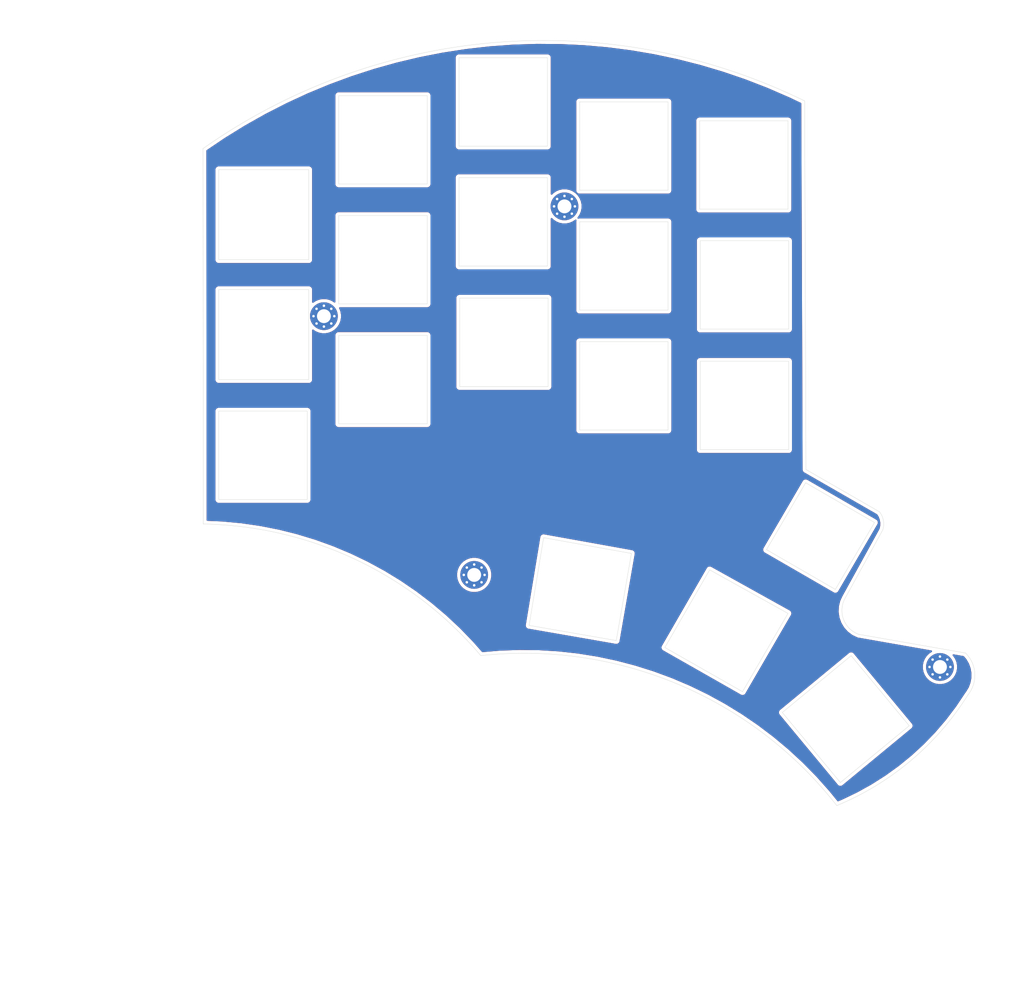
<source format=kicad_pcb>
(kicad_pcb (version 20211014) (generator pcbnew)
  (layers (0 "F.Cu" signal) (31 "B.Cu" signal) (34 "B.Paste" user) (35 "F.Paste" user) (36 "B.SilkS" user "B.Silkscreen") (37 "F.SilkS" user "F.Silkscreen") (38 "B.Mask" user) (39 "F.Mask" user) (44 "Edge.Cuts" user))
  (net 0 "")
  (footprint "graphics:aset" (layer "F.Cu") (at 123.75 113)
    (fp_text reference "G***" hide)
    (fp_text value "LOGO" hide)
  )
  (footprint "MountingHole:MountingHole_2.2mm_M2_Pad_Via" (layer "F.Cu") (at 194.46875 141.2875)
    (fp_text reference " " (at 0 -3.2) (layer "F.SilkS"))
    (fp_text value "MountingHole_2.2mm_M2_Pad_Via")
    (pad "1" thru_hole circle locked (at 0 0) (size 4.4 4.4) (drill 2.2) (layers *.Cu *.Mask))
    (pad "1" thru_hole circle locked (at -1.166726 -1.166726) (size 0.7 0.7) (drill 0.4) (layers *.Cu *.Mask))
    (pad "1" thru_hole circle locked (at 1.166726 1.166726) (size 0.7 0.7) (drill 0.4) (layers *.Cu *.Mask))
    (pad "1" thru_hole circle locked (at 1.65 0) (size 0.7 0.7) (drill 0.4) (layers *.Cu *.Mask))
    (pad "1" thru_hole circle locked (at 0 1.65) (size 0.7 0.7) (drill 0.4) (layers *.Cu *.Mask))
    (pad "1" thru_hole circle locked (at 1.166726 -1.166726) (size 0.7 0.7) (drill 0.4) (layers *.Cu *.Mask))
    (pad "1" thru_hole circle locked (at -1.65 0) (size 0.7 0.7) (drill 0.4) (layers *.Cu *.Mask))
    (pad "1" thru_hole circle locked (at 0 -1.65) (size 0.7 0.7) (drill 0.4) (layers *.Cu *.Mask))
    (pad "1" thru_hole circle locked (at -1.166726 1.166726) (size 0.7 0.7) (drill 0.4) (layers *.Cu *.Mask))
  )
  (footprint "MountingHole:MountingHole_2.2mm_M2_Pad_Via" (layer "F.Cu") (at 135 68.3)
    (fp_text reference " " (at 0 -3.2) (layer "F.SilkS"))
    (fp_text value "MountingHole_2.2mm_M2_Pad_Via")
    (pad "1" thru_hole circle locked (at -1.166726 -1.166726) (size 0.7 0.7) (drill 0.4) (layers *.Cu *.Mask))
    (pad "1" thru_hole circle locked (at 0 0) (size 4.4 4.4) (drill 2.2) (layers *.Cu *.Mask))
    (pad "1" thru_hole circle locked (at 1.166726 1.166726) (size 0.7 0.7) (drill 0.4) (layers *.Cu *.Mask))
    (pad "1" thru_hole circle locked (at -1.65 0) (size 0.7 0.7) (drill 0.4) (layers *.Cu *.Mask))
    (pad "1" thru_hole circle locked (at -1.166726 1.166726) (size 0.7 0.7) (drill 0.4) (layers *.Cu *.Mask))
    (pad "1" thru_hole circle locked (at 0 -1.65) (size 0.7 0.7) (drill 0.4) (layers *.Cu *.Mask))
    (pad "1" thru_hole circle locked (at 1.65 0) (size 0.7 0.7) (drill 0.4) (layers *.Cu *.Mask))
    (pad "1" thru_hole circle locked (at 0 1.65) (size 0.7 0.7) (drill 0.4) (layers *.Cu *.Mask))
    (pad "1" thru_hole circle locked (at 1.166726 -1.166726) (size 0.7 0.7) (drill 0.4) (layers *.Cu *.Mask))
  )
  (footprint "MountingHole:MountingHole_2.2mm_M2_Pad_Via" (layer "F.Cu") (at 120.7 126.7)
    (fp_text reference " " (at 0 -3.2) (layer "F.SilkS"))
    (fp_text value "MountingHole_2.2mm_M2_Pad_Via")
    (pad "1" thru_hole circle locked (at 0 0) (size 4.4 4.4) (drill 2.2) (layers *.Cu *.Mask))
    (pad "1" thru_hole circle locked (at -1.166726 -1.166726) (size 0.7 0.7) (drill 0.4) (layers *.Cu *.Mask))
    (pad "1" thru_hole circle locked (at 1.65 0) (size 0.7 0.7) (drill 0.4) (layers *.Cu *.Mask))
    (pad "1" thru_hole circle locked (at -1.65 0) (size 0.7 0.7) (drill 0.4) (layers *.Cu *.Mask))
    (pad "1" thru_hole circle locked (at -1.166726 1.166726) (size 0.7 0.7) (drill 0.4) (layers *.Cu *.Mask))
    (pad "1" thru_hole circle locked (at 1.166726 1.166726) (size 0.7 0.7) (drill 0.4) (layers *.Cu *.Mask))
    (pad "1" thru_hole circle locked (at 1.166726 -1.166726) (size 0.7 0.7) (drill 0.4) (layers *.Cu *.Mask))
    (pad "1" thru_hole circle locked (at 0 1.65) (size 0.7 0.7) (drill 0.4) (layers *.Cu *.Mask))
    (pad "1" thru_hole circle locked (at 0 -1.65) (size 0.7 0.7) (drill 0.4) (layers *.Cu *.Mask))
  )
  (footprint "MountingHole:MountingHole_2.2mm_M2_Pad_Via" (layer "F.Cu") (at 96.9 85.7)
    (fp_text reference " " (at 0 -3.2) (layer "F.SilkS"))
    (fp_text value "MountingHole_2.2mm_M2_Pad_Via")
    (pad "1" thru_hole circle locked (at -1.65 0) (size 0.7 0.7) (drill 0.4) (layers *.Cu *.Mask))
    (pad "1" thru_hole circle locked (at 0 -1.65) (size 0.7 0.7) (drill 0.4) (layers *.Cu *.Mask))
    (pad "1" thru_hole circle locked (at 1.166726 1.166726) (size 0.7 0.7) (drill 0.4) (layers *.Cu *.Mask))
    (pad "1" thru_hole circle locked (at 0 1.65) (size 0.7 0.7) (drill 0.4) (layers *.Cu *.Mask))
    (pad "1" thru_hole circle locked (at 0 0) (size 4.4 4.4) (drill 2.2) (layers *.Cu *.Mask))
    (pad "1" thru_hole circle locked (at 1.166726 -1.166726) (size 0.7 0.7) (drill 0.4) (layers *.Cu *.Mask))
    (pad "1" thru_hole circle locked (at -1.166726 1.166726) (size 0.7 0.7) (drill 0.4) (layers *.Cu *.Mask))
    (pad "1" thru_hole circle locked (at 1.65 0) (size 0.7 0.7) (drill 0.4) (layers *.Cu *.Mask))
    (pad "1" thru_hole circle locked (at -1.166726 -1.166726) (size 0.7 0.7) (drill 0.4) (layers *.Cu *.Mask))
  )
  (footprint "graphics:aset" (layer "B.Cu") (at 125.25 113.25 180)
    (fp_text reference "G***" hide)
    (fp_text value "LOGO" hide)
  )
  (gr_line (start 80.25 76.75) (end 80.25 62.5) (layer "Edge.Cuts") (width 0.05))
  (gr_line (start 80.25 95.75) (end 80.25 81.5) (layer "Edge.Cuts") (width 0.05))
  (gr_line (start 94.5 95.75) (end 94.25 95.75) (layer "Edge.Cuts") (width 0.05))
  (gr_line (start 80.25 114.75) (end 80.25 100.75) (layer "Edge.Cuts") (width 0.05))
  (gr_line (start 80.25 100.75) (end 94.25 100.75) (layer "Edge.Cuts") (width 0.05))
  (gr_line (start 94.25 100.75) (end 94.25 114.75) (layer "Edge.Cuts") (width 0.05))
  (gr_line (start 94.25 114.75) (end 80.25 114.75) (layer "Edge.Cuts") (width 0.05))
  (gr_line (start 170.5 106.85) (end 156.5 106.85) (layer "Edge.Cuts") (width 0.05))
  (gr_line (start 156.5 106.85) (end 156.5 92.85) (layer "Edge.Cuts") (width 0.05))
  (gr_line (start 170.5 92.85) (end 170.5 106.85) (layer "Edge.Cuts") (width 0.05))
  (gr_line (start 156.5 92.85) (end 170.5 92.85) (layer "Edge.Cuts") (width 0.05))
  (gr_line (start 129.4 134.7) (end 143.2 137.1) (layer "Edge.Cuts") (width 0.05))
  (gr_line (start 167 122.7) (end 173.2 112.1) (layer "Edge.Cuts") (width 0.05))
  (gr_line (start 169.5 148.5) (end 178.7 159.6) (layer "Edge.Cuts") (width 0.05))
  (gr_line (start 169.5 148.5) (end 180.4 139.5) (layer "Edge.Cuts") (width 0.05))
  (gr_line (start 99.25 50.75) (end 113.25 50.75) (layer "Edge.Cuts") (width 0.05))
  (gr_line (start 94.5 76.75) (end 80.25 76.75) (layer "Edge.Cuts") (width 0.05))
  (gr_line (start 137.4 65.75) (end 137.4 51.75) (layer "Edge.Cuts") (width 0.05))
  (gr_line (start 137.4 84.75) (end 137.4 70.75) (layer "Edge.Cuts") (width 0.05))
  (gr_arc (start 77.794796 118.63649) (mid 102.027063 124.312494) (end 121.749255 139.493235) (layer "Edge.Cuts") (width 0.05))
  (gr_line (start 170.4 68.75) (end 156.4 68.75) (layer "Edge.Cuts") (width 0.05))
  (gr_line (start 137.4 89.75) (end 151.4 89.75) (layer "Edge.Cuts") (width 0.05))
  (gr_line (start 132.4 82.85) (end 132.4 96.85) (layer "Edge.Cuts") (width 0.05))
  (gr_arc (start 77.749541 59.145712) (mid 124.358316 42.307899) (end 173.037499 51.593751) (layer "Edge.Cuts") (width 0.05))
  (gr_line (start 173.037499 51.593751) (end 173.25 110) (layer "Edge.Cuts") (width 0.05))
  (gr_line (start 99.25 102.75) (end 99.25 88.75) (layer "Edge.Cuts") (width 0.05))
  (gr_line (start 137.4 70.75) (end 151.4 70.75) (layer "Edge.Cuts") (width 0.05))
  (gr_line (start 170.5 87.75) (end 156.5 87.75) (layer "Edge.Cuts") (width 0.05))
  (gr_line (start 94.5 62.5) (end 94.5 76.75) (layer "Edge.Cuts") (width 0.05))
  (gr_line (start 173.25 110) (end 184.897194 116.702203) (layer "Edge.Cuts") (width 0.05))
  (gr_line (start 156.4 68.75) (end 156.4 54.75) (layer "Edge.Cuts") (width 0.05))
  (gr_line (start 99.25 83.75) (end 99.25 69.75) (layer "Edge.Cuts") (width 0.05))
  (gr_line (start 158 125.9) (end 150.9 138.2) (layer "Edge.Cuts") (width 0.05))
  (gr_line (start 137.4 103.75) (end 137.4 89.75) (layer "Edge.Cuts") (width 0.05))
  (gr_line (start 156.5 73.75) (end 170.5 73.75) (layer "Edge.Cuts") (width 0.05))
  (gr_line (start 151.4 65.75) (end 137.4 65.75) (layer "Edge.Cuts") (width 0.05))
  (gr_line (start 184.1 118.4) (end 177.9 129) (layer "Edge.Cuts") (width 0.05))
  (gr_line (start 113.25 69.75) (end 113.25 83.75) (layer "Edge.Cuts") (width 0.05))
  (gr_arc (start 181.58793 136.108277) (mid 179.182026 133.693721) (end 179.5 130.3) (layer "Edge.Cuts") (width 0.05))
  (gr_line (start 94.25 81.5) (end 94.5 81.5) (layer "Edge.Cuts") (width 0.05))
  (gr_line (start 99.25 69.75) (end 113.25 69.75) (layer "Edge.Cuts") (width 0.05))
  (gr_line (start 198.521567 139.078078) (end 181.58793 136.108277) (layer "Edge.Cuts") (width 0.05))
  (gr_line (start 177.9 129) (end 167 122.7) (layer "Edge.Cuts") (width 0.05))
  (gr_line (start 180.4 139.5) (end 189.6 150.6) (layer "Edge.Cuts") (width 0.05))
  (gr_line (start 145.6 123.3) (end 131.7 120.8) (layer "Edge.Cuts") (width 0.05))
  (gr_line (start 151.4 70.75) (end 151.4 84.75) (layer "Edge.Cuts") (width 0.05))
  (gr_line (start 113.25 83.75) (end 99.25 83.75) (layer "Edge.Cuts") (width 0.05))
  (gr_line (start 99.25 64.75) (end 99.25 50.75) (layer "Edge.Cuts") (width 0.05))
  (gr_line (start 94.5 81.5) (end 94.5 95.75) (layer "Edge.Cuts") (width 0.05))
  (gr_arc (start 198.521567 139.078078) (mid 199.990622 142.316967) (end 198.906839 145.704287) (layer "Edge.Cuts") (width 0.05))
  (gr_line (start 156.4 54.75) (end 170.4 54.75) (layer "Edge.Cuts") (width 0.05))
  (gr_line (start 170.5 73.75) (end 170.5 87.75) (layer "Edge.Cuts") (width 0.05))
  (gr_line (start 113.25 64.75) (end 99.25 64.75) (layer "Edge.Cuts") (width 0.05))
  (gr_line (start 99.25 88.75) (end 113.25 88.75) (layer "Edge.Cuts") (width 0.05))
  (gr_line (start 173.2 112.1) (end 184.1 118.4) (layer "Edge.Cuts") (width 0.05))
  (gr_line (start 118.4 96.85) (end 118.4 82.85) (layer "Edge.Cuts") (width 0.05))
  (gr_line (start 94.25 95.75) (end 80.25 95.75) (layer "Edge.Cuts") (width 0.05))
  (gr_line (start 118.3 77.75) (end 118.3 63.75) (layer "Edge.Cuts") (width 0.05))
  (gr_line (start 80.25 81.5) (end 94.25 81.5) (layer "Edge.Cuts") (width 0.05))
  (gr_line (start 118.3 63.75) (end 132.3 63.75) (layer "Edge.Cuts") (width 0.05))
  (gr_line (start 132.3 44.75) (end 132.3 58.75) (layer "Edge.Cuts") (width 0.05))
  (gr_arc (start 121.749255 139.493235) (mid 153.026625 144.046258) (end 178.128606 163.252882) (layer "Edge.Cuts") (width 0.05))
  (gr_line (start 118.3 58.75) (end 118.3 44.75) (layer "Edge.Cuts") (width 0.05))
  (gr_line (start 132.4 96.85) (end 118.4 96.85) (layer "Edge.Cuts") (width 0.05))
  (gr_arc (start 198.906839 145.704287) (mid 189.88668 156.099484) (end 178.128606 163.252882) (layer "Edge.Cuts") (width 0.05))
  (gr_line (start 118.4 82.85) (end 132.4 82.85) (layer "Edge.Cuts") (width 0.05))
  (gr_line (start 156.5 87.75) (end 156.5 73.75) (layer "Edge.Cuts") (width 0.05))
  (gr_line (start 151.4 84.75) (end 137.4 84.75) (layer "Edge.Cuts") (width 0.05))
  (gr_line (start 178.7 159.6) (end 189.6 150.6) (layer "Edge.Cuts") (width 0.05))
  (gr_line (start 179.5 130.3) (end 185.4 119.6) (layer "Edge.Cuts") (width 0.05))
  (gr_line (start 158 125.9) (end 170.4 132.8) (layer "Edge.Cuts") (width 0.05))
  (gr_line (start 151.4 103.75) (end 137.4 103.75) (layer "Edge.Cuts") (width 0.05))
  (gr_line (start 170.4 54.75) (end 170.4 68.75) (layer "Edge.Cuts") (width 0.05))
  (gr_line (start 113.25 88.75) (end 113.25 102.75) (layer "Edge.Cuts") (width 0.05))
  (gr_line (start 132.3 58.75) (end 118.3 58.75) (layer "Edge.Cuts") (width 0.05))
  (gr_line (start 132.3 77.75) (end 118.3 77.75) (layer "Edge.Cuts") (width 0.05))
  (gr_line (start 80.25 62.5) (end 94.5 62.5) (layer "Edge.Cuts") (width 0.05))
  (gr_line (start 163.2 145.2) (end 150.9 138.2) (layer "Edge.Cuts") (width 0.05))
  (gr_line (start 163.2 145.2) (end 170.4 132.8) (layer "Edge.Cuts") (width 0.05))
  (gr_line (start 113.25 102.75) (end 99.25 102.75) (layer "Edge.Cuts") (width 0.05))
  (gr_line (start 113.25 50.75) (end 113.25 64.75) (layer "Edge.Cuts") (width 0.05))
  (gr_line (start 132.3 63.75) (end 132.3 77.75) (layer "Edge.Cuts") (width 0.05))
  (gr_line (start 118.3 44.75) (end 132.3 44.75) (layer "Edge.Cuts") (width 0.05))
  (gr_line (start 137.4 51.75) (end 151.4 51.75) (layer "Edge.Cuts") (width 0.05))
  (gr_line (start 151.4 89.75) (end 151.4 103.75) (layer "Edge.Cuts") (width 0.05))
  (gr_line (start 143.2 137.1) (end 145.6 123.3) (layer "Edge.Cuts") (width 0.05))
  (gr_line (start 131.7 120.8) (end 129.4 134.7) (layer "Edge.Cuts") (width 0.05))
  (gr_line (start 77.749541 59.145712) (end 77.794796 118.63649) (layer "Edge.Cuts") (width 0.05))
  (gr_line (start 151.4 51.75) (end 151.4 65.75) (layer "Edge.Cuts") (width 0.05))
  (gr_arc (start 184.897194 116.702203) (mid 185.513835 118.087728) (end 185.4 119.6) (layer "Edge.Cuts") (width 0.05))
  (zone (net 0) (net_name "") (layer "F.Cu") (connect_pads (clearance 0.508)) (min_thickness 0.254) (fill yes (thermal_gap 0.508) (thermal_bridge_width 0.508))
    (polygon (pts (xy 201.4 35.8) (xy 200.8 187.4) (xy 49.4 145.6) (xy 69.2 35.6)))
  )
  (zone (net 0) (net_name "") (layer "B.Cu") (connect_pads (clearance 0.508)) (min_thickness 0.254) (fill yes (thermal_gap 0.508) (thermal_bridge_width 0.508))
    (polygon (pts (xy 207.8 191.2) (xy 45.6 159.6) (xy 74.2 37.6) (xy 198.8 37)))
  )
)
</source>
